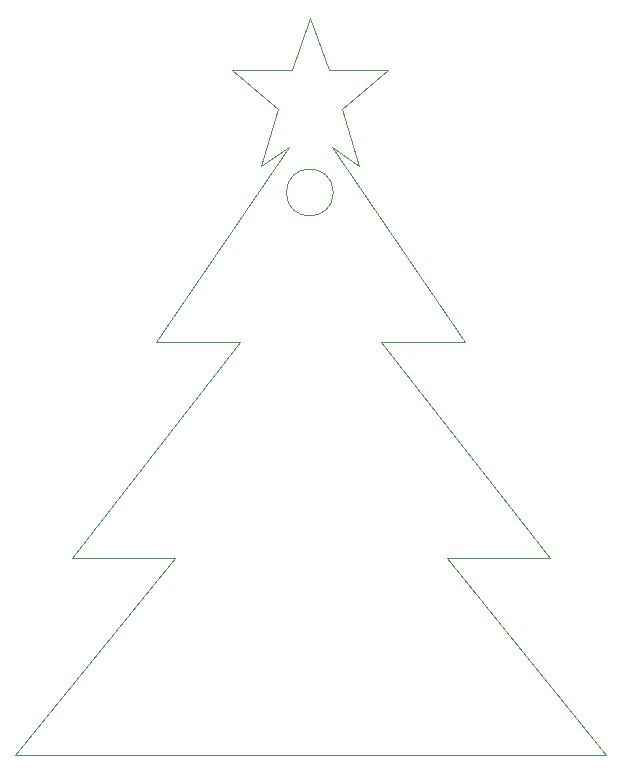
<source format=gbr>
%TF.GenerationSoftware,KiCad,Pcbnew,7.0.7*%
%TF.CreationDate,2023-11-26T21:26:06-05:00*%
%TF.ProjectId,christmas tree,63687269-7374-46d6-9173-20747265652e,rev?*%
%TF.SameCoordinates,Original*%
%TF.FileFunction,Profile,NP*%
%FSLAX46Y46*%
G04 Gerber Fmt 4.6, Leading zero omitted, Abs format (unit mm)*
G04 Created by KiCad (PCBNEW 7.0.7) date 2023-11-26 21:26:06*
%MOMM*%
%LPD*%
G01*
G04 APERTURE LIST*
%TA.AperFunction,Profile*%
%ADD10C,0.100000*%
%TD*%
G04 APERTURE END LIST*
D10*
X158877000Y-91440000D02*
X156500000Y-93010000D01*
X160655000Y-80518000D02*
X162250000Y-84890000D01*
X164860000Y-93010000D02*
X162560000Y-91440000D01*
X156500000Y-93010000D02*
X157990000Y-88160000D01*
X180975000Y-126206250D02*
X166687500Y-107950000D01*
X172243750Y-126206250D02*
X180181250Y-126206250D01*
X180181250Y-126206250D02*
X180975000Y-126206250D01*
X149225000Y-126206250D02*
X135731250Y-142875000D01*
X147637500Y-107950000D02*
X154781250Y-107950000D01*
X159110000Y-84890000D02*
X160655000Y-80518000D01*
X162642864Y-95250000D02*
G75*
G03*
X162642864Y-95250000I-1987864J0D01*
G01*
X158877000Y-91440000D02*
X147637500Y-107950000D01*
X167320000Y-84920000D02*
X163370000Y-88160000D01*
X154040000Y-84920000D02*
X159110000Y-84890000D01*
X140493750Y-126206250D02*
X141287500Y-126206250D01*
X173831250Y-107950000D02*
X162560000Y-91440000D01*
X166687500Y-107950000D02*
X173831250Y-107950000D01*
X141287500Y-126206250D02*
X149225000Y-126206250D01*
X185737500Y-142875000D02*
X172243750Y-126206250D01*
X135731250Y-142875000D02*
X185737500Y-142875000D01*
X154781250Y-107950000D02*
X140493750Y-126206250D01*
X157990000Y-88160000D02*
X154040000Y-84920000D01*
X162250000Y-84890000D02*
X167320000Y-84920000D01*
X163370000Y-88160000D02*
X164860000Y-93010000D01*
M02*

</source>
